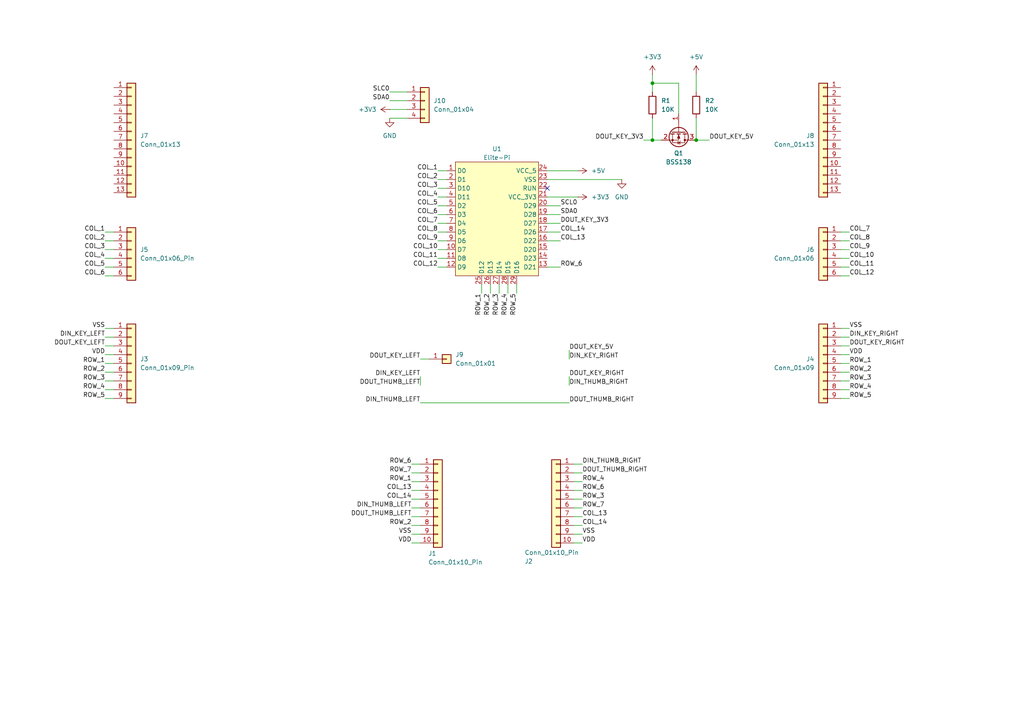
<source format=kicad_sch>
(kicad_sch (version 20250114) (generator "eeschema") (generator_version "9.0")
  (paper "A4")
  (lib_symbols
    (symbol "Connector_Generic:Conn_01x01" (pin_names (offset 1.016) (hide yes))
      (property "Reference" "J" (at 0 2.54 0))
      (property "Value" "Conn_01x01" (at 0 -2.54 0))
      (symbol "Conn_01x01_1_1"
        (rectangle (start -1.27 1.27) (end 1.27 -1.27) (stroke (width 0.254)) (fill (type background)))
        (rectangle (start -1.27 0.127) (end 0 -0.127) (stroke (width 0.1524)))
        (pin passive line (at -5.08 0 0) (length 3.81) (name "Pin_1") (number "1"))
      )
    )
    (symbol "Connector_Generic:Conn_01x04" (pin_names (offset 1.016) (hide yes))
      (property "Reference" "J" (at 0 5.08 0))
      (property "Value" "Conn_01x04" (at 0 -7.62 0))
      (symbol "Conn_01x04_1_1"
        (rectangle (start -1.27 3.81) (end 1.27 -6.35) (stroke (width 0.254)) (fill (type background)))
        (rectangle (start -1.27 2.667) (end 0 2.413) (stroke (width 0.1524)))
        (rectangle (start -1.27 0.127) (end 0 -0.127) (stroke (width 0.1524)))
        (rectangle (start -1.27 -2.413) (end 0 -2.667) (stroke (width 0.1524)))
        (rectangle (start -1.27 -4.953) (end 0 -5.207) (stroke (width 0.1524)))
        (pin passive line (at -5.08 2.54 0) (length 3.81) (name "Pin_1") (number "1"))
        (pin passive line (at -5.08 0 0) (length 3.81) (name "Pin_2") (number "2"))
        (pin passive line (at -5.08 -2.54 0) (length 3.81) (name "Pin_3") (number "3"))
        (pin passive line (at -5.08 -5.08 0) (length 3.81) (name "Pin_4") (number "4"))
      )
    )
    (symbol "Connector_Generic:Conn_01x06" (pin_names (offset 1.016) (hide yes))
      (property "Reference" "J" (at 0 7.62 0))
      (property "Value" "Conn_01x06" (at 0 -10.16 0))
      (symbol "Conn_01x06_1_1"
        (rectangle (start -1.27 6.35) (end 1.27 -8.89) (stroke (width 0.254)) (fill (type background)))
        (rectangle (start -1.27 5.207) (end 0 4.953) (stroke (width 0.1524)))
        (rectangle (start -1.27 2.667) (end 0 2.413) (stroke (width 0.1524)))
        (rectangle (start -1.27 0.127) (end 0 -0.127) (stroke (width 0.1524)))
        (rectangle (start -1.27 -2.413) (end 0 -2.667) (stroke (width 0.1524)))
        (rectangle (start -1.27 -4.953) (end 0 -5.207) (stroke (width 0.1524)))
        (rectangle (start -1.27 -7.493) (end 0 -7.747) (stroke (width 0.1524)))
        (pin passive line (at -5.08 5.08 0) (length 3.81) (name "Pin_1") (number "1"))
        (pin passive line (at -5.08 2.54 0) (length 3.81) (name "Pin_2") (number "2"))
        (pin passive line (at -5.08 0 0) (length 3.81) (name "Pin_3") (number "3"))
        (pin passive line (at -5.08 -2.54 0) (length 3.81) (name "Pin_4") (number "4"))
        (pin passive line (at -5.08 -5.08 0) (length 3.81) (name "Pin_5") (number "5"))
        (pin passive line (at -5.08 -7.62 0) (length 3.81) (name "Pin_6") (number "6"))
      )
    )
    (symbol "Connector_Generic:Conn_01x09" (pin_names (offset 1.016) (hide yes))
      (property "Reference" "J" (at 0 12.7 0))
      (property "Value" "Conn_01x09" (at 0 -12.7 0))
      (symbol "Conn_01x09_1_1"
        (rectangle (start -1.27 11.43) (end 1.27 -11.43) (stroke (width 0.254)) (fill (type background)))
        (rectangle (start -1.27 10.287) (end 0 10.033) (stroke (width 0.1524)))
        (rectangle (start -1.27 7.747) (end 0 7.493) (stroke (width 0.1524)))
        (rectangle (start -1.27 5.207) (end 0 4.953) (stroke (width 0.1524)))
        (rectangle (start -1.27 2.667) (end 0 2.413) (stroke (width 0.1524)))
        (rectangle (start -1.27 0.127) (end 0 -0.127) (stroke (width 0.1524)))
        (rectangle (start -1.27 -2.413) (end 0 -2.667) (stroke (width 0.1524)))
        (rectangle (start -1.27 -4.953) (end 0 -5.207) (stroke (width 0.1524)))
        (rectangle (start -1.27 -7.493) (end 0 -7.747) (stroke (width 0.1524)))
        (rectangle (start -1.27 -10.033) (end 0 -10.287) (stroke (width 0.1524)))
        (pin passive line (at -5.08 10.16 0) (length 3.81) (name "Pin_1") (number "1"))
        (pin passive line (at -5.08 7.62 0) (length 3.81) (name "Pin_2") (number "2"))
        (pin passive line (at -5.08 5.08 0) (length 3.81) (name "Pin_3") (number "3"))
        (pin passive line (at -5.08 2.54 0) (length 3.81) (name "Pin_4") (number "4"))
        (pin passive line (at -5.08 0 0) (length 3.81) (name "Pin_5") (number "5"))
        (pin passive line (at -5.08 -2.54 0) (length 3.81) (name "Pin_6") (number "6"))
        (pin passive line (at -5.08 -5.08 0) (length 3.81) (name "Pin_7") (number "7"))
        (pin passive line (at -5.08 -7.62 0) (length 3.81) (name "Pin_8") (number "8"))
        (pin passive line (at -5.08 -10.16 0) (length 3.81) (name "Pin_9") (number "9"))
      )
    )
    (symbol "Connector_Generic:Conn_01x10" (pin_names (offset 1.016) (hide yes))
      (property "Reference" "J" (at 0 12.7 0))
      (property "Value" "Conn_01x10" (at 0 -15.24 0))
      (symbol "Conn_01x10_1_1"
        (rectangle (start -1.27 11.43) (end 1.27 -13.97) (stroke (width 0.254)) (fill (type background)))
        (rectangle (start -1.27 10.287) (end 0 10.033) (stroke (width 0.1524)))
        (rectangle (start -1.27 7.747) (end 0 7.493) (stroke (width 0.1524)))
        (rectangle (start -1.27 5.207) (end 0 4.953) (stroke (width 0.1524)))
        (rectangle (start -1.27 2.667) (end 0 2.413) (stroke (width 0.1524)))
        (rectangle (start -1.27 0.127) (end 0 -0.127) (stroke (width 0.1524)))
        (rectangle (start -1.27 -2.413) (end 0 -2.667) (stroke (width 0.1524)))
        (rectangle (start -1.27 -4.953) (end 0 -5.207) (stroke (width 0.1524)))
        (rectangle (start -1.27 -7.493) (end 0 -7.747) (stroke (width 0.1524)))
        (rectangle (start -1.27 -10.033) (end 0 -10.287) (stroke (width 0.1524)))
        (rectangle (start -1.27 -12.573) (end 0 -12.827) (stroke (width 0.1524)))
        (pin passive line (at -5.08 10.16 0) (length 3.81) (name "Pin_1") (number "1"))
        (pin passive line (at -5.08 7.62 0) (length 3.81) (name "Pin_2") (number "2"))
        (pin passive line (at -5.08 5.08 0) (length 3.81) (name "Pin_3") (number "3"))
        (pin passive line (at -5.08 2.54 0) (length 3.81) (name "Pin_4") (number "4"))
        (pin passive line (at -5.08 0 0) (length 3.81) (name "Pin_5") (number "5"))
        (pin passive line (at -5.08 -2.54 0) (length 3.81) (name "Pin_6") (number "6"))
        (pin passive line (at -5.08 -5.08 0) (length 3.81) (name "Pin_7") (number "7"))
        (pin passive line (at -5.08 -7.62 0) (length 3.81) (name "Pin_8") (number "8"))
        (pin passive line (at -5.08 -10.16 0) (length 3.81) (name "Pin_9") (number "9"))
        (pin passive line (at -5.08 -12.7 0) (length 3.81) (name "Pin_10") (number "10"))
      )
    )
    (symbol "Connector_Generic:Conn_01x13" (pin_names (offset 1.016) (hide yes))
      (property "Reference" "J" (at 0 17.78 0))
      (property "Value" "Conn_01x13" (at 0 -17.78 0))
      (symbol "Conn_01x13_1_1"
        (rectangle (start -1.27 16.51) (end 1.27 -16.51) (stroke (width 0.254)) (fill (type background)))
        (rectangle (start -1.27 15.367) (end 0 15.113) (stroke (width 0.1524)))
        (rectangle (start -1.27 12.827) (end 0 12.573) (stroke (width 0.1524)))
        (rectangle (start -1.27 10.287) (end 0 10.033) (stroke (width 0.1524)))
        (rectangle (start -1.27 7.747) (end 0 7.493) (stroke (width 0.1524)))
        (rectangle (start -1.27 5.207) (end 0 4.953) (stroke (width 0.1524)))
        (rectangle (start -1.27 2.667) (end 0 2.413) (stroke (width 0.1524)))
        (rectangle (start -1.27 0.127) (end 0 -0.127) (stroke (width 0.1524)))
        (rectangle (start -1.27 -2.413) (end 0 -2.667) (stroke (width 0.1524)))
        (rectangle (start -1.27 -4.953) (end 0 -5.207) (stroke (width 0.1524)))
        (rectangle (start -1.27 -7.493) (end 0 -7.747) (stroke (width 0.1524)))
        (rectangle (start -1.27 -10.033) (end 0 -10.287) (stroke (width 0.1524)))
        (rectangle (start -1.27 -12.573) (end 0 -12.827) (stroke (width 0.1524)))
        (rectangle (start -1.27 -15.113) (end 0 -15.367) (stroke (width 0.1524)))
        (pin passive line (at -5.08 15.24 0) (length 3.81) (name "Pin_1") (number "1"))
        (pin passive line (at -5.08 12.7 0) (length 3.81) (name "Pin_2") (number "2"))
        (pin passive line (at -5.08 10.16 0) (length 3.81) (name "Pin_3") (number "3"))
        (pin passive line (at -5.08 7.62 0) (length 3.81) (name "Pin_4") (number "4"))
        (pin passive line (at -5.08 5.08 0) (length 3.81) (name "Pin_5") (number "5"))
        (pin passive line (at -5.08 2.54 0) (length 3.81) (name "Pin_6") (number "6"))
        (pin passive line (at -5.08 0 0) (length 3.81) (name "Pin_7") (number "7"))
        (pin passive line (at -5.08 -2.54 0) (length 3.81) (name "Pin_8") (number "8"))
        (pin passive line (at -5.08 -5.08 0) (length 3.81) (name "Pin_9") (number "9"))
        (pin passive line (at -5.08 -7.62 0) (length 3.81) (name "Pin_10") (number "10"))
        (pin passive line (at -5.08 -10.16 0) (length 3.81) (name "Pin_11") (number "11"))
        (pin passive line (at -5.08 -12.7 0) (length 3.81) (name "Pin_12") (number "12"))
        (pin passive line (at -5.08 -15.24 0) (length 3.81) (name "Pin_13") (number "13"))
      )
    )
    (symbol "Device:R" (pin_numbers (hide yes)) (pin_names (offset 0))
      (property "Reference" "R" (at 2.032 0 90))
      (property "Value" "R" (at 0 0 90))
      (symbol "R_0_1"
        (rectangle (start -1.016 -2.54) (end 1.016 2.54) (stroke (width 0.254)))
      )
      (symbol "R_1_1"
        (pin passive line (at 0 3.81 270) (length 1.27) (name "~") (number "1"))
        (pin passive line (at 0 -3.81 90) (length 1.27) (name "~") (number "2"))
      )
    )
    (symbol "Transistor_FET:BSS138" (pin_names (hide yes))
      (property "Reference" "Q" (at 5.08 1.905 0))
      (property "Value" "BSS138" (at 5.08 0 0))
      (symbol "BSS138_0_1"
        (polyline (pts (xy 0.254 1.905) (xy 0.254 -1.905)) (stroke (width 0.254)))
        (polyline (pts (xy 0.254 0) (xy -2.54 0)))
        (polyline (pts (xy 0.762 2.286) (xy 0.762 1.27)) (stroke (width 0.254)))
        (polyline (pts (xy 0.762 0.508) (xy 0.762 -0.508)) (stroke (width 0.254)))
        (polyline (pts (xy 0.762 -1.27) (xy 0.762 -2.286)) (stroke (width 0.254)))
        (polyline (pts (xy 0.762 -1.778) (xy 3.302 -1.778) (xy 3.302 1.778) (xy 0.762 1.778)))
        (polyline (pts (xy 1.016 0) (xy 2.032 0.381) (xy 2.032 -0.381) (xy 1.016 0)) (fill (type outline)))
        (circle (center 1.651 0) (radius 2.794) (stroke (width 0.254)))
        (polyline (pts (xy 2.54 2.54) (xy 2.54 1.778)))
        (circle (center 2.54 1.778) (radius 0.254) (fill (type outline)))
        (circle (center 2.54 -1.778) (radius 0.254) (fill (type outline)))
        (polyline (pts (xy 2.54 -2.54) (xy 2.54 0) (xy 0.762 0)))
        (polyline (pts (xy 2.794 0.508) (xy 2.921 0.381) (xy 3.683 0.381) (xy 3.81 0.254)))
        (polyline (pts (xy 3.302 0.381) (xy 2.921 -0.254) (xy 3.683 -0.254) (xy 3.302 0.381)))
      )
      (symbol "BSS138_1_1"
        (pin input line (at -5.08 0 0) (length 2.54) (name "G") (number "1"))
        (pin passive line (at 2.54 5.08 270) (length 2.54) (name "D") (number "3"))
        (pin passive line (at 2.54 -5.08 90) (length 2.54) (name "S") (number "2"))
      )
    )
    (symbol "power:+3V3" (power) (pin_numbers (hide yes)) (pin_names (offset 0) (hide yes))
      (property "Value" "+3V3" (at 0 3.556 0))
      (symbol "+3V3_0_1"
        (polyline (pts (xy -0.762 1.27) (xy 0 2.54)))
        (polyline (pts (xy 0 2.54) (xy 0.762 1.27)))
        (polyline (pts (xy 0 0) (xy 0 2.54)))
      )
      (symbol "+3V3_1_1"
        (pin power_in line (at 0 0 90) (length 0) (name "~") (number "1"))
      )
    )
    (symbol "power:+5V" (power) (pin_numbers (hide yes)) (pin_names (offset 0) (hide yes))
      (property "Value" "+5V" (at 0 3.556 0))
      (symbol "+5V_0_1"
        (polyline (pts (xy -0.762 1.27) (xy 0 2.54)))
        (polyline (pts (xy 0 2.54) (xy 0.762 1.27)))
        (polyline (pts (xy 0 0) (xy 0 2.54)))
      )
      (symbol "+5V_1_1"
        (pin power_in line (at 0 0 90) (length 0) (name "~") (number "1"))
      )
    )
    (symbol "power:GND" (power) (pin_numbers (hide yes)) (pin_names (offset 0) (hide yes))
      (property "Value" "GND" (at 0 -3.81 0))
      (symbol "GND_0_1"
        (polyline (pts (xy 0 0) (xy 0 -1.27) (xy 1.27 -1.27) (xy 0 -2.54) (xy -1.27 -1.27) (xy 0 -1.27)))
      )
      (symbol "GND_1_1"
        (pin power_in line (at 0 0 270) (length 0) (name "~") (number "1"))
      )
    )
    (symbol "rgbmain:Elite-PI"
      (property "Reference" "U" (at -12.192 16.51 0))
      (property "Value" "Elite-Pi" (at -1.27 18.796 0))
      (symbol "Elite-PI_1_1"
        (rectangle (start -12.7 15.24) (end 11.43 -17.78) (fill (type color) (color 255 255 194 1)))
        (pin bidirectional line (at -15.24 12.7 0) (length 2.54) (name "D0") (number "1"))
        (pin bidirectional line (at -15.24 10.16 0) (length 2.54) (name "D1") (number "2"))
        (pin bidirectional line (at -15.24 7.62 0) (length 2.54) (name "D10") (number "3"))
        (pin bidirectional line (at -15.24 5.08 0) (length 2.54) (name "D11") (number "4"))
        (pin bidirectional line (at -15.24 2.54 0) (length 2.54) (name "D2") (number "5"))
        (pin bidirectional line (at -15.24 0 0) (length 2.54) (name "D3") (number "6"))
        (pin bidirectional line (at -15.24 -2.54 0) (length 2.54) (name "D4") (number "7"))
        (pin bidirectional line (at -15.24 -5.08 0) (length 2.54) (name "D5") (number "8"))
        (pin bidirectional line (at -15.24 -7.62 0) (length 2.54) (name "D6") (number "9"))
        (pin bidirectional line (at -15.24 -10.16 0) (length 2.54) (name "D7") (number "10"))
        (pin bidirectional line (at -15.24 -12.7 0) (length 2.54) (name "D8") (number "11"))
        (pin bidirectional line (at -15.24 -15.24 0) (length 2.54) (name "D9") (number "12"))
        (pin bidirectional line (at -5.08 -20.32 90) (length 2.54) (name "D12") (number "25"))
        (pin bidirectional line (at -2.54 -20.32 90) (length 2.54) (name "D13") (number "26"))
        (pin bidirectional line (at 0 -20.32 90) (length 2.54) (name "D14") (number "27"))
        (pin bidirectional line (at 2.54 -20.32 90) (length 2.54) (name "D15") (number "28"))
        (pin bidirectional line (at 5.08 -20.32 90) (length 2.54) (name "D16") (number "29"))
        (pin power_out line (at 13.97 12.7 180) (length 2.54) (name "VCC_5") (number "24"))
        (pin power_in line (at 13.97 10.16 180) (length 2.54) (name "VSS") (number "23"))
        (pin input line (at 13.97 7.62 180) (length 2.54) (name "RUN") (number "22"))
        (pin power_out line (at 13.97 5.08 180) (length 2.54) (name "VCC_3V3") (number "21"))
        (pin bidirectional line (at 13.97 2.54 180) (length 2.54) (name "D29") (number "20"))
        (pin bidirectional line (at 13.97 0 180) (length 2.54) (name "D28") (number "19"))
        (pin bidirectional line (at 13.97 -2.54 180) (length 2.54) (name "D27") (number "18"))
        (pin bidirectional line (at 13.97 -5.08 180) (length 2.54) (name "D26") (number "17"))
        (pin bidirectional line (at 13.97 -7.62 180) (length 2.54) (name "D22") (number "16"))
        (pin bidirectional line (at 13.97 -10.16 180) (length 2.54) (name "D20") (number "15"))
        (pin bidirectional line (at 13.97 -12.7 180) (length 2.54) (name "D23") (number "14"))
        (pin bidirectional line (at 13.97 -15.24 180) (length 2.54) (name "D21") (number "13"))
      )
    )
  )
  (junction (at 201.93 40.64))
  (junction (at 189.23 40.64))
  (junction (at 189.23 24.13))
  (no_connect (at 158.75 54.61))
  (wire (pts (xy 166.37 139.7) (xy 168.91 139.7)))
  (wire (pts (xy 127 49.53) (xy 129.54 49.53)))
  (wire (pts (xy 166.37 142.24) (xy 168.91 142.24)))
  (wire (pts (xy 166.37 157.48) (xy 168.91 157.48)))
  (wire (pts (xy 127 62.23) (xy 129.54 62.23)))
  (wire (pts (xy 158.75 62.23) (xy 162.56 62.23)))
  (wire (pts (xy 196.85 33.02) (xy 196.85 24.13)))
  (wire (pts (xy 127 69.85) (xy 129.54 69.85)))
  (wire (pts (xy 127 57.15) (xy 129.54 57.15)))
  (wire (pts (xy 30.48 69.85) (xy 33.02 69.85)))
  (wire (pts (xy 189.23 21.59) (xy 189.23 24.13)))
  (wire (pts (xy 142.24 82.55) (xy 142.24 85.09)))
  (wire (pts (xy 243.84 115.57) (xy 246.38 115.57)))
  (wire (pts (xy 243.84 102.87) (xy 246.38 102.87)))
  (wire (pts (xy 119.38 152.4) (xy 121.92 152.4)))
  (wire (pts (xy 243.84 105.41) (xy 246.38 105.41)))
  (wire (pts (xy 144.78 82.55) (xy 144.78 85.09)))
  (wire (pts (xy 119.38 144.78) (xy 121.92 144.78)))
  (wire (pts (xy 30.48 80.01) (xy 33.02 80.01)))
  (wire (pts (xy 189.23 40.64) (xy 191.77 40.64)))
  (wire (pts (xy 127 72.39) (xy 129.54 72.39)))
  (wire (pts (xy 158.75 57.15) (xy 167.64 57.15)))
  (wire (pts (xy 149.86 82.55) (xy 149.86 85.09)))
  (wire (pts (xy 158.75 77.47) (xy 162.56 77.47)))
  (wire (pts (xy 166.37 144.78) (xy 168.91 144.78)))
  (wire (pts (xy 158.75 59.69) (xy 162.56 59.69)))
  (wire (pts (xy 201.93 34.29) (xy 201.93 40.64)))
  (wire (pts (xy 243.84 95.25) (xy 246.38 95.25)))
  (wire (pts (xy 127 54.61) (xy 129.54 54.61)))
  (wire (pts (xy 30.48 107.95) (xy 33.02 107.95)))
  (wire (pts (xy 127 52.07) (xy 129.54 52.07)))
  (wire (pts (xy 119.38 134.62) (xy 121.92 134.62)))
  (wire (pts (xy 119.38 139.7) (xy 121.92 139.7)))
  (wire (pts (xy 166.37 152.4) (xy 168.91 152.4)))
  (wire (pts (xy 166.37 149.86) (xy 168.91 149.86)))
  (wire (pts (xy 158.75 67.31) (xy 162.56 67.31)))
  (wire (pts (xy 121.92 104.14) (xy 124.46 104.14)))
  (wire (pts (xy 113.03 34.29) (xy 118.11 34.29)))
  (wire (pts (xy 166.37 147.32) (xy 168.91 147.32)))
  (wire (pts (xy 30.48 102.87) (xy 33.02 102.87)))
  (wire (pts (xy 30.48 113.03) (xy 33.02 113.03)))
  (wire (pts (xy 243.84 72.39) (xy 246.38 72.39)))
  (wire (pts (xy 158.75 52.07) (xy 180.34 52.07)))
  (wire (pts (xy 127 77.47) (xy 129.54 77.47)))
  (wire (pts (xy 243.84 107.95) (xy 246.38 107.95)))
  (wire (pts (xy 201.93 40.64) (xy 205.74 40.64)))
  (wire (pts (xy 243.84 100.33) (xy 246.38 100.33)))
  (wire (pts (xy 165.1 109.22) (xy 165.1 111.76)))
  (wire (pts (xy 30.48 97.79) (xy 33.02 97.79)))
  (wire (pts (xy 243.84 97.79) (xy 246.38 97.79)))
  (wire (pts (xy 243.84 110.49) (xy 246.38 110.49)))
  (wire (pts (xy 139.7 82.55) (xy 139.7 85.09)))
  (wire (pts (xy 243.84 77.47) (xy 246.38 77.47)))
  (wire (pts (xy 189.23 24.13) (xy 189.23 26.67)))
  (wire (pts (xy 166.37 134.62) (xy 168.91 134.62)))
  (wire (pts (xy 30.48 67.31) (xy 33.02 67.31)))
  (wire (pts (xy 243.84 113.03) (xy 246.38 113.03)))
  (wire (pts (xy 121.92 116.84) (xy 165.1 116.84)))
  (wire (pts (xy 30.48 110.49) (xy 33.02 110.49)))
  (wire (pts (xy 30.48 95.25) (xy 33.02 95.25)))
  (wire (pts (xy 166.37 154.94) (xy 168.91 154.94)))
  (wire (pts (xy 158.75 69.85) (xy 162.56 69.85)))
  (wire (pts (xy 158.75 49.53) (xy 167.64 49.53)))
  (wire (pts (xy 243.84 67.31) (xy 246.38 67.31)))
  (wire (pts (xy 119.38 149.86) (xy 121.92 149.86)))
  (wire (pts (xy 186.69 40.64) (xy 189.23 40.64)))
  (wire (pts (xy 113.03 31.75) (xy 118.11 31.75)))
  (wire (pts (xy 243.84 69.85) (xy 246.38 69.85)))
  (wire (pts (xy 158.75 64.77) (xy 162.56 64.77)))
  (wire (pts (xy 119.38 142.24) (xy 121.92 142.24)))
  (wire (pts (xy 30.48 77.47) (xy 33.02 77.47)))
  (wire (pts (xy 30.48 100.33) (xy 33.02 100.33)))
  (wire (pts (xy 119.38 137.16) (xy 121.92 137.16)))
  (wire (pts (xy 127 74.93) (xy 129.54 74.93)))
  (wire (pts (xy 121.92 109.22) (xy 121.92 111.76)))
  (wire (pts (xy 113.03 26.67) (xy 118.11 26.67)))
  (wire (pts (xy 119.38 147.32) (xy 121.92 147.32)))
  (wire (pts (xy 201.93 21.59) (xy 201.93 26.67)))
  (wire (pts (xy 127 64.77) (xy 129.54 64.77)))
  (wire (pts (xy 127 67.31) (xy 129.54 67.31)))
  (wire (pts (xy 30.48 74.93) (xy 33.02 74.93)))
  (wire (pts (xy 119.38 154.94) (xy 121.92 154.94)))
  (wire (pts (xy 30.48 72.39) (xy 33.02 72.39)))
  (wire (pts (xy 243.84 74.93) (xy 246.38 74.93)))
  (wire (pts (xy 189.23 34.29) (xy 189.23 40.64)))
  (wire (pts (xy 196.85 24.13) (xy 189.23 24.13)))
  (wire (pts (xy 243.84 80.01) (xy 246.38 80.01)))
  (wire (pts (xy 30.48 105.41) (xy 33.02 105.41)))
  (wire (pts (xy 119.38 157.48) (xy 121.92 157.48)))
  (wire (pts (xy 165.1 101.6) (xy 165.1 104.14)))
  (wire (pts (xy 30.48 115.57) (xy 33.02 115.57)))
  (wire (pts (xy 147.32 82.55) (xy 147.32 85.09)))
  (wire (pts (xy 166.37 137.16) (xy 168.91 137.16)))
  (wire (pts (xy 113.03 29.21) (xy 118.11 29.21)))
  (wire (pts (xy 127 59.69) (xy 129.54 59.69)))
  (label "COL_5" (at 30.48 77.47 180))
  (label "DIN_THUMB_RIGHT" (at 168.91 134.62 0))
  (label "DIN_KEY_RIGHT" (at 246.38 97.79 0))
  (label "ROW_2" (at 246.38 107.95 0))
  (label "COL_4" (at 30.48 74.93 180))
  (label "ROW_6" (at 168.91 142.24 0))
  (label "DIN_THUMB_LEFT" (at 121.92 116.84 180))
  (label "DOUT_KEY_3V3" (at 186.69 40.64 180))
  (label "VSS" (at 168.91 154.94 0))
  (label "COL_12" (at 127 77.47 180))
  (label "COL_6" (at 30.48 80.01 180))
  (label "ROW_2" (at 30.48 107.95 180))
  (label "COL_6" (at 127 62.23 180))
  (label "COL_3" (at 30.48 72.39 180))
  (label "VDD" (at 119.38 157.48 180))
  (label "DOUT_KEY_LEFT" (at 121.92 104.14 180))
  (label "COL_3" (at 127 54.61 180))
  (label "COL_11" (at 246.38 77.47 0))
  (label "COL_8" (at 246.38 69.85 0))
  (label "ROW_2" (at 142.24 85.09 270))
  (label "COL_11" (at 127 74.93 180))
  (label "COL_9" (at 127 69.85 180))
  (label "SLC0" (at 113.03 26.67 180))
  (label "ROW_6" (at 162.56 77.47 0))
  (label "SDA0" (at 113.03 29.21 180))
  (label "COL_9" (at 246.38 72.39 0))
  (label "COL_14" (at 168.91 152.4 0))
  (label "COL_1" (at 30.48 67.31 180))
  (label "ROW_3" (at 30.48 110.49 180))
  (label "DOUT_KEY_3V3" (at 162.56 64.77 0))
  (label "COL_2" (at 30.48 69.85 180))
  (label "ROW_3" (at 246.38 110.49 0))
  (label "ROW_7" (at 119.38 137.16 180))
  (label "ROW_5" (at 30.48 115.57 180))
  (label "COL_1" (at 127 49.53 180))
  (label "ROW_4" (at 147.32 85.09 270))
  (label "COL_14" (at 119.38 144.78 180))
  (label "ROW_1" (at 139.7 85.09 270))
  (label "DOUT_KEY_5V" (at 165.1 101.6 0))
  (label "ROW_2" (at 119.38 152.4 180))
  (label "ROW_5" (at 246.38 115.57 0))
  (label "DIN_THUMB_RIGHT" (at 165.1 111.76 0))
  (label "DIN_KEY_LEFT" (at 30.48 97.79 180))
  (label "ROW_1" (at 119.38 139.7 180))
  (label "ROW_3" (at 144.78 85.09 270))
  (label "COL_7" (at 246.38 67.31 0))
  (label "SCL0" (at 162.56 59.69 0))
  (label "COL_5" (at 127 59.69 180))
  (label "COL_10" (at 127 72.39 180))
  (label "ROW_1" (at 246.38 105.41 0))
  (label "COL_7" (at 127 64.77 180))
  (label "DOUT_KEY_RIGHT" (at 246.38 100.33 0))
  (label "COL_2" (at 127 52.07 180))
  (label "DIN_KEY_LEFT" (at 121.92 109.22 180))
  (label "VSS" (at 30.48 95.25 180))
  (label "COL_12" (at 246.38 80.01 0))
  (label "ROW_5" (at 149.86 85.09 270))
  (label "VSS" (at 119.38 154.94 180))
  (label "ROW_4" (at 168.91 139.7 0))
  (label "ROW_1" (at 30.48 105.41 180))
  (label "COL_8" (at 127 67.31 180))
  (label "COL_4" (at 127 57.15 180))
  (label "DOUT_THUMB_RIGHT" (at 168.91 137.16 0))
  (label "ROW_3" (at 168.91 144.78 0))
  (label "COL_13" (at 119.38 142.24 180))
  (label "COL_13" (at 162.56 69.85 0))
  (label "COL_10" (at 246.38 74.93 0))
  (label "VSS" (at 246.38 95.25 0))
  (label "VDD" (at 30.48 102.87 180))
  (label "DOUT_KEY_5V" (at 205.74 40.64 0))
  (label "DOUT_THUMB_LEFT" (at 119.38 149.86 180))
  (label "VDD" (at 168.91 157.48 0))
  (label "COL_13" (at 168.91 149.86 0))
  (label "ROW_4" (at 30.48 113.03 180))
  (label "DOUT_THUMB_LEFT" (at 121.92 111.76 180))
  (label "SDA0" (at 162.56 62.23 0))
  (label "DOUT_KEY_RIGHT" (at 165.1 109.22 0))
  (label "ROW_4" (at 246.38 113.03 0))
  (label "VDD" (at 246.38 102.87 0))
  (label "COL_14" (at 162.56 67.31 0))
  (label "DIN_KEY_RIGHT" (at 165.1 104.14 0))
  (label "ROW_6" (at 119.38 134.62 180))
  (label "DOUT_THUMB_RIGHT" (at 165.1 116.84 0))
  (label "ROW_7" (at 168.91 147.32 0))
  (label "DIN_THUMB_LEFT" (at 119.38 147.32 180))
  (label "DOUT_KEY_LEFT" (at 30.48 100.33 180))
  (symbol (lib_id "Connector_Generic:Conn_01x13") (at 38.1 40.64 0) (unit 1)
    (property "Reference" "J7" (at 40.64 39.3699 0) (effects (justify left)))
    (property "Value" "Conn_01x13" (at 40.64 41.9099 0) (effects (justify left)))
    (property "Description" "Generic connector, single row, 01x13, script generated (kicad-library-utils/schlib/autogen/connector/)" (effects (hide yes)))
  )
  (symbol (lib_id "Connector_Generic:Conn_01x06") (at 238.76 72.39 0) (mirror y) (unit 1)
    (property "Reference" "J6" (at 236.22 72.3899 0) (effects (justify left)))
    (property "Value" "Conn_01x06" (at 236.22 74.9299 0) (effects (justify left)))
    (property "Description" "Generic connector, single row, 01x06, script generated (kicad-library-utils/schlib/autogen/connector/)" (effects (hide yes)))
  )
  (symbol (lib_id "Connector_Generic:Conn_01x10") (at 161.29 144.78 0) (mirror y) (unit 1)
    (property "Reference" "J2" (at 152.146 162.814 0) (effects (justify right)))
    (property "Value" "Conn_01x10_Pin" (at 152.146 160.274 0) (effects (justify right)))
    (property "Description" "Generic connector, single row, 01x10, script generated (kicad-library-utils/schlib/autogen/connector/)" (effects (hide yes)))
  )
  (symbol (lib_id "Device:R") (at 189.23 30.48 0) (unit 1)
    (property "Reference" "R1" (at 191.77 29.2099 0) (effects (justify left)))
    (property "Value" "10K" (at 191.77 31.7499 0) (effects (justify left)))
    (property "Description" "Resistor" (effects (hide yes)))
  )
  (symbol (lib_id "Connector_Generic:Conn_01x06") (at 38.1 72.39 0) (unit 1)
    (property "Reference" "J5" (at 40.64 72.3899 0) (effects (justify left)))
    (property "Value" "Conn_01x06_Pin" (at 40.64 74.9299 0) (effects (justify left)))
    (property "Description" "Generic connector, single row, 01x06, script generated (kicad-library-utils/schlib/autogen/connector/)" (effects (hide yes)))
  )
  (symbol (lib_id "Connector_Generic:Conn_01x10") (at 127 144.78 0) (unit 1)
    (property "Reference" "J1" (at 124.206 160.528 0) (effects (justify left)))
    (property "Value" "Conn_01x10_Pin" (at 124.206 163.068 0) (effects (justify left)))
    (property "Description" "Generic connector, single row, 01x10, script generated (kicad-library-utils/schlib/autogen/connector/)" (effects (hide yes)))
  )
  (symbol (lib_id "Device:R") (at 201.93 30.48 0) (unit 1)
    (property "Reference" "R2" (at 204.47 29.2099 0) (effects (justify left)))
    (property "Value" "10K" (at 204.47 31.7499 0) (effects (justify left)))
    (property "Description" "Resistor" (effects (hide yes)))
  )
  (symbol (lib_id "power:+3V3") (at 167.64 57.15 270) (unit 1)
    (property "Reference" "#PWR04" (effects (hide yes)))
    (property "Value" "+3V3" (at 171.45 57.1499 90) (effects (justify left)))
    (property "Description" "Power symbol creates a global label with name \"+3V3\"" (effects (hide yes)))
  )
  (symbol (lib_id "power:+5V") (at 201.93 21.59 0) (unit 1)
    (property "Reference" "#PWR02" (effects (hide yes)))
    (property "Value" "+5V" (at 201.93 16.51 0))
    (property "Description" "Power symbol creates a global label with name \"+5V\"" (effects (hide yes)))
  )
  (symbol (lib_id "power:GND") (at 180.34 52.07 0) (unit 1)
    (property "Reference" "#PWR01" (effects (hide yes)))
    (property "Value" "GND" (at 180.34 57.15 0))
    (property "Description" "Power symbol creates a global label with name \"GND\" , ground" (effects (hide yes)))
  )
  (symbol (lib_id "power:+3V3") (at 113.03 31.75 90) (unit 1)
    (property "Reference" "#PWR07" (effects (hide yes)))
    (property "Value" "+3V3" (at 109.22 31.7499 90) (effects (justify left)))
    (property "Description" "Power symbol creates a global label with name \"+3V3\"" (effects (hide yes)))
  )
  (symbol (lib_id "Connector_Generic:Conn_01x01") (at 129.54 104.14 0) (unit 1)
    (property "Reference" "J9" (at 132.08 102.8699 0) (effects (justify left)))
    (property "Value" "Conn_01x01" (at 132.08 105.4099 0) (effects (justify left)))
    (property "Description" "Generic connector, single row, 01x01, script generated (kicad-library-utils/schlib/autogen/connector/)" (effects (hide yes)))
  )
  (symbol (lib_id "power:+5V") (at 167.64 49.53 270) (unit 1)
    (property "Reference" "#PWR03" (effects (hide yes)))
    (property "Value" "+5V" (at 171.45 49.5299 90) (effects (justify left)))
    (property "Description" "Power symbol creates a global label with name \"+5V\"" (effects (hide yes)))
  )
  (symbol (lib_id "power:+3V3") (at 189.23 21.59 0) (unit 1)
    (property "Reference" "#PWR05" (effects (hide yes)))
    (property "Value" "+3V3" (at 189.23 16.51 0))
    (property "Description" "Power symbol creates a global label with name \"+3V3\"" (effects (hide yes)))
  )
  (symbol (lib_id "rgbmain:Elite-PI") (at 144.78 62.23 0) (unit 1)
    (property "Reference" "U1" (at 144.145 43.18 0))
    (property "Value" "Elite-Pi" (at 144.145 45.72 0))
    (property "Datasheet" "https://docs.keeb.io/elite-pi-guide" (effects (hide yes)))
    (property "Description" "Elite-Pi is a microcontroller based on the RP2040 designed for custom keyboards." (effects (hide yes)))
  )
  (symbol (lib_id "Connector_Generic:Conn_01x09") (at 238.76 105.41 0) (mirror y) (unit 1)
    (property "Reference" "J4" (at 236.22 104.1399 0) (effects (justify left)))
    (property "Value" "Conn_01x09" (at 236.22 106.6799 0) (effects (justify left)))
    (property "Description" "Generic connector, single row, 01x09, script generated (kicad-library-utils/schlib/autogen/connector/)" (effects (hide yes)))
  )
  (symbol (lib_id "Connector_Generic:Conn_01x09") (at 38.1 105.41 0) (unit 1)
    (property "Reference" "J3" (at 40.64 104.1399 0) (effects (justify left)))
    (property "Value" "Conn_01x09_Pin" (at 40.64 106.6799 0) (effects (justify left)))
    (property "Description" "Generic connector, single row, 01x09, script generated (kicad-library-utils/schlib/autogen/connector/)" (effects (hide yes)))
  )
  (symbol (lib_id "Connector_Generic:Conn_01x04") (at 123.19 29.21 0) (unit 1)
    (property "Reference" "J10" (at 125.73 29.2099 0) (effects (justify left)))
    (property "Value" "Conn_01x04" (at 125.73 31.7499 0) (effects (justify left)))
    (property "Description" "Generic connector, single row, 01x04, script generated (kicad-library-utils/schlib/autogen/connector/)" (effects (hide yes)))
  )
  (symbol (lib_id "Connector_Generic:Conn_01x13") (at 238.76 40.64 0) (mirror y) (unit 1)
    (property "Reference" "J8" (at 236.22 39.3699 0) (effects (justify left)))
    (property "Value" "Conn_01x13" (at 236.22 41.9099 0) (effects (justify left)))
    (property "Description" "Generic connector, single row, 01x13, script generated (kicad-library-utils/schlib/autogen/connector/)" (effects (hide yes)))
  )
  (symbol (lib_id "power:GND") (at 113.03 34.29 0) (unit 1)
    (property "Reference" "#PWR06" (effects (hide yes)))
    (property "Value" "GND" (at 113.03 39.37 0))
    (property "Description" "Power symbol creates a global label with name \"GND\" , ground" (effects (hide yes)))
  )
  (symbol (lib_id "Transistor_FET:BSS138") (at 196.85 38.1 270) (unit 1)
    (property "Reference" "Q1" (at 196.85 44.45 90))
    (property "Value" "BSS138" (at 196.85 46.99 90))
    (property "Footprint" "Package_TO_SOT_SMD:SOT-23" (effects (hide yes)))
    (property "Datasheet" "https://www.onsemi.com/pub/Collateral/BSS138-D.PDF" (effects (hide yes)))
    (property "Description" "50V Vds, 0.22A Id, N-Channel MOSFET, SOT-23" (effects (hide yes)))
  )
)
</source>
